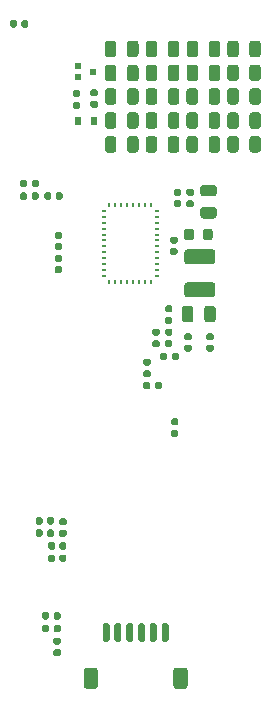
<source format=gtp>
G04 #@! TF.GenerationSoftware,KiCad,Pcbnew,(5.1.6-0-10_14)*
G04 #@! TF.CreationDate,2021-04-01T01:52:38+02:00*
G04 #@! TF.ProjectId,ESCv1.1,45534376-312e-4312-9e6b-696361645f70,rev?*
G04 #@! TF.SameCoordinates,Original*
G04 #@! TF.FileFunction,Paste,Top*
G04 #@! TF.FilePolarity,Positive*
%FSLAX46Y46*%
G04 Gerber Fmt 4.6, Leading zero omitted, Abs format (unit mm)*
G04 Created by KiCad (PCBNEW (5.1.6-0-10_14)) date 2021-04-01 01:52:38*
%MOMM*%
%LPD*%
G01*
G04 APERTURE LIST*
%ADD10R,0.600000X0.700000*%
%ADD11O,0.500000X0.200000*%
%ADD12O,0.200000X0.500000*%
%ADD13R,0.600000X0.500000*%
G04 APERTURE END LIST*
G04 #@! TO.C,R3*
G36*
G01*
X43932900Y-83262700D02*
X44277900Y-83262700D01*
G75*
G02*
X44425400Y-83410200I0J-147500D01*
G01*
X44425400Y-83705200D01*
G75*
G02*
X44277900Y-83852700I-147500J0D01*
G01*
X43932900Y-83852700D01*
G75*
G02*
X43785400Y-83705200I0J147500D01*
G01*
X43785400Y-83410200D01*
G75*
G02*
X43932900Y-83262700I147500J0D01*
G01*
G37*
G36*
G01*
X43932900Y-82292700D02*
X44277900Y-82292700D01*
G75*
G02*
X44425400Y-82440200I0J-147500D01*
G01*
X44425400Y-82735200D01*
G75*
G02*
X44277900Y-82882700I-147500J0D01*
G01*
X43932900Y-82882700D01*
G75*
G02*
X43785400Y-82735200I0J147500D01*
G01*
X43785400Y-82440200D01*
G75*
G02*
X43932900Y-82292700I147500J0D01*
G01*
G37*
G04 #@! TD*
G04 #@! TO.C,C34*
G36*
G01*
X56945400Y-32908950D02*
X56945400Y-31996450D01*
G75*
G02*
X57189150Y-31752700I243750J0D01*
G01*
X57676650Y-31752700D01*
G75*
G02*
X57920400Y-31996450I0J-243750D01*
G01*
X57920400Y-32908950D01*
G75*
G02*
X57676650Y-33152700I-243750J0D01*
G01*
X57189150Y-33152700D01*
G75*
G02*
X56945400Y-32908950I0J243750D01*
G01*
G37*
G36*
G01*
X55070400Y-32908950D02*
X55070400Y-31996450D01*
G75*
G02*
X55314150Y-31752700I243750J0D01*
G01*
X55801650Y-31752700D01*
G75*
G02*
X56045400Y-31996450I0J-243750D01*
G01*
X56045400Y-32908950D01*
G75*
G02*
X55801650Y-33152700I-243750J0D01*
G01*
X55314150Y-33152700D01*
G75*
G02*
X55070400Y-32908950I0J243750D01*
G01*
G37*
G04 #@! TD*
G04 #@! TO.C,C33*
G36*
G01*
X56935400Y-36928950D02*
X56935400Y-36016450D01*
G75*
G02*
X57179150Y-35772700I243750J0D01*
G01*
X57666650Y-35772700D01*
G75*
G02*
X57910400Y-36016450I0J-243750D01*
G01*
X57910400Y-36928950D01*
G75*
G02*
X57666650Y-37172700I-243750J0D01*
G01*
X57179150Y-37172700D01*
G75*
G02*
X56935400Y-36928950I0J243750D01*
G01*
G37*
G36*
G01*
X55060400Y-36928950D02*
X55060400Y-36016450D01*
G75*
G02*
X55304150Y-35772700I243750J0D01*
G01*
X55791650Y-35772700D01*
G75*
G02*
X56035400Y-36016450I0J-243750D01*
G01*
X56035400Y-36928950D01*
G75*
G02*
X55791650Y-37172700I-243750J0D01*
G01*
X55304150Y-37172700D01*
G75*
G02*
X55060400Y-36928950I0J243750D01*
G01*
G37*
G04 #@! TD*
G04 #@! TO.C,C32*
G36*
G01*
X56942900Y-34928950D02*
X56942900Y-34016450D01*
G75*
G02*
X57186650Y-33772700I243750J0D01*
G01*
X57674150Y-33772700D01*
G75*
G02*
X57917900Y-34016450I0J-243750D01*
G01*
X57917900Y-34928950D01*
G75*
G02*
X57674150Y-35172700I-243750J0D01*
G01*
X57186650Y-35172700D01*
G75*
G02*
X56942900Y-34928950I0J243750D01*
G01*
G37*
G36*
G01*
X55067900Y-34928950D02*
X55067900Y-34016450D01*
G75*
G02*
X55311650Y-33772700I243750J0D01*
G01*
X55799150Y-33772700D01*
G75*
G02*
X56042900Y-34016450I0J-243750D01*
G01*
X56042900Y-34928950D01*
G75*
G02*
X55799150Y-35172700I-243750J0D01*
G01*
X55311650Y-35172700D01*
G75*
G02*
X55067900Y-34928950I0J243750D01*
G01*
G37*
G04 #@! TD*
G04 #@! TO.C,C31*
G36*
G01*
X56935400Y-38968950D02*
X56935400Y-38056450D01*
G75*
G02*
X57179150Y-37812700I243750J0D01*
G01*
X57666650Y-37812700D01*
G75*
G02*
X57910400Y-38056450I0J-243750D01*
G01*
X57910400Y-38968950D01*
G75*
G02*
X57666650Y-39212700I-243750J0D01*
G01*
X57179150Y-39212700D01*
G75*
G02*
X56935400Y-38968950I0J243750D01*
G01*
G37*
G36*
G01*
X55060400Y-38968950D02*
X55060400Y-38056450D01*
G75*
G02*
X55304150Y-37812700I243750J0D01*
G01*
X55791650Y-37812700D01*
G75*
G02*
X56035400Y-38056450I0J-243750D01*
G01*
X56035400Y-38968950D01*
G75*
G02*
X55791650Y-39212700I-243750J0D01*
G01*
X55304150Y-39212700D01*
G75*
G02*
X55060400Y-38968950I0J243750D01*
G01*
G37*
G04 #@! TD*
G04 #@! TO.C,C30*
G36*
G01*
X52577900Y-40076450D02*
X52577900Y-40988950D01*
G75*
G02*
X52334150Y-41232700I-243750J0D01*
G01*
X51846650Y-41232700D01*
G75*
G02*
X51602900Y-40988950I0J243750D01*
G01*
X51602900Y-40076450D01*
G75*
G02*
X51846650Y-39832700I243750J0D01*
G01*
X52334150Y-39832700D01*
G75*
G02*
X52577900Y-40076450I0J-243750D01*
G01*
G37*
G36*
G01*
X54452900Y-40076450D02*
X54452900Y-40988950D01*
G75*
G02*
X54209150Y-41232700I-243750J0D01*
G01*
X53721650Y-41232700D01*
G75*
G02*
X53477900Y-40988950I0J243750D01*
G01*
X53477900Y-40076450D01*
G75*
G02*
X53721650Y-39832700I243750J0D01*
G01*
X54209150Y-39832700D01*
G75*
G02*
X54452900Y-40076450I0J-243750D01*
G01*
G37*
G04 #@! TD*
G04 #@! TO.C,C29*
G36*
G01*
X50025400Y-36938950D02*
X50025400Y-36026450D01*
G75*
G02*
X50269150Y-35782700I243750J0D01*
G01*
X50756650Y-35782700D01*
G75*
G02*
X51000400Y-36026450I0J-243750D01*
G01*
X51000400Y-36938950D01*
G75*
G02*
X50756650Y-37182700I-243750J0D01*
G01*
X50269150Y-37182700D01*
G75*
G02*
X50025400Y-36938950I0J243750D01*
G01*
G37*
G36*
G01*
X48150400Y-36938950D02*
X48150400Y-36026450D01*
G75*
G02*
X48394150Y-35782700I243750J0D01*
G01*
X48881650Y-35782700D01*
G75*
G02*
X49125400Y-36026450I0J-243750D01*
G01*
X49125400Y-36938950D01*
G75*
G02*
X48881650Y-37182700I-243750J0D01*
G01*
X48394150Y-37182700D01*
G75*
G02*
X48150400Y-36938950I0J243750D01*
G01*
G37*
G04 #@! TD*
G04 #@! TO.C,C28*
G36*
G01*
X56932900Y-40988950D02*
X56932900Y-40076450D01*
G75*
G02*
X57176650Y-39832700I243750J0D01*
G01*
X57664150Y-39832700D01*
G75*
G02*
X57907900Y-40076450I0J-243750D01*
G01*
X57907900Y-40988950D01*
G75*
G02*
X57664150Y-41232700I-243750J0D01*
G01*
X57176650Y-41232700D01*
G75*
G02*
X56932900Y-40988950I0J243750D01*
G01*
G37*
G36*
G01*
X55057900Y-40988950D02*
X55057900Y-40076450D01*
G75*
G02*
X55301650Y-39832700I243750J0D01*
G01*
X55789150Y-39832700D01*
G75*
G02*
X56032900Y-40076450I0J-243750D01*
G01*
X56032900Y-40988950D01*
G75*
G02*
X55789150Y-41232700I-243750J0D01*
G01*
X55301650Y-41232700D01*
G75*
G02*
X55057900Y-40988950I0J243750D01*
G01*
G37*
G04 #@! TD*
G04 #@! TO.C,C27*
G36*
G01*
X52585400Y-38056450D02*
X52585400Y-38968950D01*
G75*
G02*
X52341650Y-39212700I-243750J0D01*
G01*
X51854150Y-39212700D01*
G75*
G02*
X51610400Y-38968950I0J243750D01*
G01*
X51610400Y-38056450D01*
G75*
G02*
X51854150Y-37812700I243750J0D01*
G01*
X52341650Y-37812700D01*
G75*
G02*
X52585400Y-38056450I0J-243750D01*
G01*
G37*
G36*
G01*
X54460400Y-38056450D02*
X54460400Y-38968950D01*
G75*
G02*
X54216650Y-39212700I-243750J0D01*
G01*
X53729150Y-39212700D01*
G75*
G02*
X53485400Y-38968950I0J243750D01*
G01*
X53485400Y-38056450D01*
G75*
G02*
X53729150Y-37812700I243750J0D01*
G01*
X54216650Y-37812700D01*
G75*
G02*
X54460400Y-38056450I0J-243750D01*
G01*
G37*
G04 #@! TD*
G04 #@! TO.C,C26*
G36*
G01*
X50025400Y-40988950D02*
X50025400Y-40076450D01*
G75*
G02*
X50269150Y-39832700I243750J0D01*
G01*
X50756650Y-39832700D01*
G75*
G02*
X51000400Y-40076450I0J-243750D01*
G01*
X51000400Y-40988950D01*
G75*
G02*
X50756650Y-41232700I-243750J0D01*
G01*
X50269150Y-41232700D01*
G75*
G02*
X50025400Y-40988950I0J243750D01*
G01*
G37*
G36*
G01*
X48150400Y-40988950D02*
X48150400Y-40076450D01*
G75*
G02*
X48394150Y-39832700I243750J0D01*
G01*
X48881650Y-39832700D01*
G75*
G02*
X49125400Y-40076450I0J-243750D01*
G01*
X49125400Y-40988950D01*
G75*
G02*
X48881650Y-41232700I-243750J0D01*
G01*
X48394150Y-41232700D01*
G75*
G02*
X48150400Y-40988950I0J243750D01*
G01*
G37*
G04 #@! TD*
G04 #@! TO.C,C25*
G36*
G01*
X50025400Y-32908950D02*
X50025400Y-31996450D01*
G75*
G02*
X50269150Y-31752700I243750J0D01*
G01*
X50756650Y-31752700D01*
G75*
G02*
X51000400Y-31996450I0J-243750D01*
G01*
X51000400Y-32908950D01*
G75*
G02*
X50756650Y-33152700I-243750J0D01*
G01*
X50269150Y-33152700D01*
G75*
G02*
X50025400Y-32908950I0J243750D01*
G01*
G37*
G36*
G01*
X48150400Y-32908950D02*
X48150400Y-31996450D01*
G75*
G02*
X48394150Y-31752700I243750J0D01*
G01*
X48881650Y-31752700D01*
G75*
G02*
X49125400Y-31996450I0J-243750D01*
G01*
X49125400Y-32908950D01*
G75*
G02*
X48881650Y-33152700I-243750J0D01*
G01*
X48394150Y-33152700D01*
G75*
G02*
X48150400Y-32908950I0J243750D01*
G01*
G37*
G04 #@! TD*
G04 #@! TO.C,C24*
G36*
G01*
X52585400Y-36016450D02*
X52585400Y-36928950D01*
G75*
G02*
X52341650Y-37172700I-243750J0D01*
G01*
X51854150Y-37172700D01*
G75*
G02*
X51610400Y-36928950I0J243750D01*
G01*
X51610400Y-36016450D01*
G75*
G02*
X51854150Y-35772700I243750J0D01*
G01*
X52341650Y-35772700D01*
G75*
G02*
X52585400Y-36016450I0J-243750D01*
G01*
G37*
G36*
G01*
X54460400Y-36016450D02*
X54460400Y-36928950D01*
G75*
G02*
X54216650Y-37172700I-243750J0D01*
G01*
X53729150Y-37172700D01*
G75*
G02*
X53485400Y-36928950I0J243750D01*
G01*
X53485400Y-36016450D01*
G75*
G02*
X53729150Y-35772700I243750J0D01*
G01*
X54216650Y-35772700D01*
G75*
G02*
X54460400Y-36016450I0J-243750D01*
G01*
G37*
G04 #@! TD*
G04 #@! TO.C,C23*
G36*
G01*
X52587900Y-34016450D02*
X52587900Y-34928950D01*
G75*
G02*
X52344150Y-35172700I-243750J0D01*
G01*
X51856650Y-35172700D01*
G75*
G02*
X51612900Y-34928950I0J243750D01*
G01*
X51612900Y-34016450D01*
G75*
G02*
X51856650Y-33772700I243750J0D01*
G01*
X52344150Y-33772700D01*
G75*
G02*
X52587900Y-34016450I0J-243750D01*
G01*
G37*
G36*
G01*
X54462900Y-34016450D02*
X54462900Y-34928950D01*
G75*
G02*
X54219150Y-35172700I-243750J0D01*
G01*
X53731650Y-35172700D01*
G75*
G02*
X53487900Y-34928950I0J243750D01*
G01*
X53487900Y-34016450D01*
G75*
G02*
X53731650Y-33772700I243750J0D01*
G01*
X54219150Y-33772700D01*
G75*
G02*
X54462900Y-34016450I0J-243750D01*
G01*
G37*
G04 #@! TD*
G04 #@! TO.C,C22*
G36*
G01*
X50025400Y-34948950D02*
X50025400Y-34036450D01*
G75*
G02*
X50269150Y-33792700I243750J0D01*
G01*
X50756650Y-33792700D01*
G75*
G02*
X51000400Y-34036450I0J-243750D01*
G01*
X51000400Y-34948950D01*
G75*
G02*
X50756650Y-35192700I-243750J0D01*
G01*
X50269150Y-35192700D01*
G75*
G02*
X50025400Y-34948950I0J243750D01*
G01*
G37*
G36*
G01*
X48150400Y-34948950D02*
X48150400Y-34036450D01*
G75*
G02*
X48394150Y-33792700I243750J0D01*
G01*
X48881650Y-33792700D01*
G75*
G02*
X49125400Y-34036450I0J-243750D01*
G01*
X49125400Y-34948950D01*
G75*
G02*
X48881650Y-35192700I-243750J0D01*
G01*
X48394150Y-35192700D01*
G75*
G02*
X48150400Y-34948950I0J243750D01*
G01*
G37*
G04 #@! TD*
G04 #@! TO.C,C21*
G36*
G01*
X59485400Y-36016450D02*
X59485400Y-36928950D01*
G75*
G02*
X59241650Y-37172700I-243750J0D01*
G01*
X58754150Y-37172700D01*
G75*
G02*
X58510400Y-36928950I0J243750D01*
G01*
X58510400Y-36016450D01*
G75*
G02*
X58754150Y-35772700I243750J0D01*
G01*
X59241650Y-35772700D01*
G75*
G02*
X59485400Y-36016450I0J-243750D01*
G01*
G37*
G36*
G01*
X61360400Y-36016450D02*
X61360400Y-36928950D01*
G75*
G02*
X61116650Y-37172700I-243750J0D01*
G01*
X60629150Y-37172700D01*
G75*
G02*
X60385400Y-36928950I0J243750D01*
G01*
X60385400Y-36016450D01*
G75*
G02*
X60629150Y-35772700I243750J0D01*
G01*
X61116650Y-35772700D01*
G75*
G02*
X61360400Y-36016450I0J-243750D01*
G01*
G37*
G04 #@! TD*
G04 #@! TO.C,C20*
G36*
G01*
X52585400Y-31996450D02*
X52585400Y-32908950D01*
G75*
G02*
X52341650Y-33152700I-243750J0D01*
G01*
X51854150Y-33152700D01*
G75*
G02*
X51610400Y-32908950I0J243750D01*
G01*
X51610400Y-31996450D01*
G75*
G02*
X51854150Y-31752700I243750J0D01*
G01*
X52341650Y-31752700D01*
G75*
G02*
X52585400Y-31996450I0J-243750D01*
G01*
G37*
G36*
G01*
X54460400Y-31996450D02*
X54460400Y-32908950D01*
G75*
G02*
X54216650Y-33152700I-243750J0D01*
G01*
X53729150Y-33152700D01*
G75*
G02*
X53485400Y-32908950I0J243750D01*
G01*
X53485400Y-31996450D01*
G75*
G02*
X53729150Y-31752700I243750J0D01*
G01*
X54216650Y-31752700D01*
G75*
G02*
X54460400Y-31996450I0J-243750D01*
G01*
G37*
G04 #@! TD*
G04 #@! TO.C,C19*
G36*
G01*
X50025400Y-38968950D02*
X50025400Y-38056450D01*
G75*
G02*
X50269150Y-37812700I243750J0D01*
G01*
X50756650Y-37812700D01*
G75*
G02*
X51000400Y-38056450I0J-243750D01*
G01*
X51000400Y-38968950D01*
G75*
G02*
X50756650Y-39212700I-243750J0D01*
G01*
X50269150Y-39212700D01*
G75*
G02*
X50025400Y-38968950I0J243750D01*
G01*
G37*
G36*
G01*
X48150400Y-38968950D02*
X48150400Y-38056450D01*
G75*
G02*
X48394150Y-37812700I243750J0D01*
G01*
X48881650Y-37812700D01*
G75*
G02*
X49125400Y-38056450I0J-243750D01*
G01*
X49125400Y-38968950D01*
G75*
G02*
X48881650Y-39212700I-243750J0D01*
G01*
X48394150Y-39212700D01*
G75*
G02*
X48150400Y-38968950I0J243750D01*
G01*
G37*
G04 #@! TD*
G04 #@! TO.C,C18*
G36*
G01*
X59485400Y-34016450D02*
X59485400Y-34928950D01*
G75*
G02*
X59241650Y-35172700I-243750J0D01*
G01*
X58754150Y-35172700D01*
G75*
G02*
X58510400Y-34928950I0J243750D01*
G01*
X58510400Y-34016450D01*
G75*
G02*
X58754150Y-33772700I243750J0D01*
G01*
X59241650Y-33772700D01*
G75*
G02*
X59485400Y-34016450I0J-243750D01*
G01*
G37*
G36*
G01*
X61360400Y-34016450D02*
X61360400Y-34928950D01*
G75*
G02*
X61116650Y-35172700I-243750J0D01*
G01*
X60629150Y-35172700D01*
G75*
G02*
X60385400Y-34928950I0J243750D01*
G01*
X60385400Y-34016450D01*
G75*
G02*
X60629150Y-33772700I243750J0D01*
G01*
X61116650Y-33772700D01*
G75*
G02*
X61360400Y-34016450I0J-243750D01*
G01*
G37*
G04 #@! TD*
G04 #@! TO.C,C17*
G36*
G01*
X59485400Y-40076450D02*
X59485400Y-40988950D01*
G75*
G02*
X59241650Y-41232700I-243750J0D01*
G01*
X58754150Y-41232700D01*
G75*
G02*
X58510400Y-40988950I0J243750D01*
G01*
X58510400Y-40076450D01*
G75*
G02*
X58754150Y-39832700I243750J0D01*
G01*
X59241650Y-39832700D01*
G75*
G02*
X59485400Y-40076450I0J-243750D01*
G01*
G37*
G36*
G01*
X61360400Y-40076450D02*
X61360400Y-40988950D01*
G75*
G02*
X61116650Y-41232700I-243750J0D01*
G01*
X60629150Y-41232700D01*
G75*
G02*
X60385400Y-40988950I0J243750D01*
G01*
X60385400Y-40076450D01*
G75*
G02*
X60629150Y-39832700I243750J0D01*
G01*
X61116650Y-39832700D01*
G75*
G02*
X61360400Y-40076450I0J-243750D01*
G01*
G37*
G04 #@! TD*
G04 #@! TO.C,C16*
G36*
G01*
X59477900Y-31996450D02*
X59477900Y-32908950D01*
G75*
G02*
X59234150Y-33152700I-243750J0D01*
G01*
X58746650Y-33152700D01*
G75*
G02*
X58502900Y-32908950I0J243750D01*
G01*
X58502900Y-31996450D01*
G75*
G02*
X58746650Y-31752700I243750J0D01*
G01*
X59234150Y-31752700D01*
G75*
G02*
X59477900Y-31996450I0J-243750D01*
G01*
G37*
G36*
G01*
X61352900Y-31996450D02*
X61352900Y-32908950D01*
G75*
G02*
X61109150Y-33152700I-243750J0D01*
G01*
X60621650Y-33152700D01*
G75*
G02*
X60377900Y-32908950I0J243750D01*
G01*
X60377900Y-31996450D01*
G75*
G02*
X60621650Y-31752700I243750J0D01*
G01*
X61109150Y-31752700D01*
G75*
G02*
X61352900Y-31996450I0J-243750D01*
G01*
G37*
G04 #@! TD*
G04 #@! TO.C,C15*
G36*
G01*
X59485400Y-38056450D02*
X59485400Y-38968950D01*
G75*
G02*
X59241650Y-39212700I-243750J0D01*
G01*
X58754150Y-39212700D01*
G75*
G02*
X58510400Y-38968950I0J243750D01*
G01*
X58510400Y-38056450D01*
G75*
G02*
X58754150Y-37812700I243750J0D01*
G01*
X59241650Y-37812700D01*
G75*
G02*
X59485400Y-38056450I0J-243750D01*
G01*
G37*
G36*
G01*
X61360400Y-38056450D02*
X61360400Y-38968950D01*
G75*
G02*
X61116650Y-39212700I-243750J0D01*
G01*
X60629150Y-39212700D01*
G75*
G02*
X60385400Y-38968950I0J243750D01*
G01*
X60385400Y-38056450D01*
G75*
G02*
X60629150Y-37812700I243750J0D01*
G01*
X61116650Y-37812700D01*
G75*
G02*
X61360400Y-38056450I0J-243750D01*
G01*
G37*
G04 #@! TD*
D10*
G04 #@! TO.C,D4*
X47235400Y-38562700D03*
X45835400Y-38562700D03*
G04 #@! TD*
G04 #@! TO.C,J1*
G36*
G01*
X53955400Y-86387701D02*
X53955400Y-85087699D01*
G75*
G02*
X54205399Y-84837700I249999J0D01*
G01*
X54905401Y-84837700D01*
G75*
G02*
X55155400Y-85087699I0J-249999D01*
G01*
X55155400Y-86387701D01*
G75*
G02*
X54905401Y-86637700I-249999J0D01*
G01*
X54205399Y-86637700D01*
G75*
G02*
X53955400Y-86387701I0J249999D01*
G01*
G37*
G36*
G01*
X46355400Y-86387701D02*
X46355400Y-85087699D01*
G75*
G02*
X46605399Y-84837700I249999J0D01*
G01*
X47305401Y-84837700D01*
G75*
G02*
X47555400Y-85087699I0J-249999D01*
G01*
X47555400Y-86387701D01*
G75*
G02*
X47305401Y-86637700I-249999J0D01*
G01*
X46605399Y-86637700D01*
G75*
G02*
X46355400Y-86387701I0J249999D01*
G01*
G37*
G36*
G01*
X52955400Y-82487700D02*
X52955400Y-81237700D01*
G75*
G02*
X53105400Y-81087700I150000J0D01*
G01*
X53405400Y-81087700D01*
G75*
G02*
X53555400Y-81237700I0J-150000D01*
G01*
X53555400Y-82487700D01*
G75*
G02*
X53405400Y-82637700I-150000J0D01*
G01*
X53105400Y-82637700D01*
G75*
G02*
X52955400Y-82487700I0J150000D01*
G01*
G37*
G36*
G01*
X51955400Y-82487700D02*
X51955400Y-81237700D01*
G75*
G02*
X52105400Y-81087700I150000J0D01*
G01*
X52405400Y-81087700D01*
G75*
G02*
X52555400Y-81237700I0J-150000D01*
G01*
X52555400Y-82487700D01*
G75*
G02*
X52405400Y-82637700I-150000J0D01*
G01*
X52105400Y-82637700D01*
G75*
G02*
X51955400Y-82487700I0J150000D01*
G01*
G37*
G36*
G01*
X50955400Y-82487700D02*
X50955400Y-81237700D01*
G75*
G02*
X51105400Y-81087700I150000J0D01*
G01*
X51405400Y-81087700D01*
G75*
G02*
X51555400Y-81237700I0J-150000D01*
G01*
X51555400Y-82487700D01*
G75*
G02*
X51405400Y-82637700I-150000J0D01*
G01*
X51105400Y-82637700D01*
G75*
G02*
X50955400Y-82487700I0J150000D01*
G01*
G37*
G36*
G01*
X49955400Y-82487700D02*
X49955400Y-81237700D01*
G75*
G02*
X50105400Y-81087700I150000J0D01*
G01*
X50405400Y-81087700D01*
G75*
G02*
X50555400Y-81237700I0J-150000D01*
G01*
X50555400Y-82487700D01*
G75*
G02*
X50405400Y-82637700I-150000J0D01*
G01*
X50105400Y-82637700D01*
G75*
G02*
X49955400Y-82487700I0J150000D01*
G01*
G37*
G36*
G01*
X48955400Y-82487700D02*
X48955400Y-81237700D01*
G75*
G02*
X49105400Y-81087700I150000J0D01*
G01*
X49405400Y-81087700D01*
G75*
G02*
X49555400Y-81237700I0J-150000D01*
G01*
X49555400Y-82487700D01*
G75*
G02*
X49405400Y-82637700I-150000J0D01*
G01*
X49105400Y-82637700D01*
G75*
G02*
X48955400Y-82487700I0J150000D01*
G01*
G37*
G36*
G01*
X47955400Y-82487700D02*
X47955400Y-81237700D01*
G75*
G02*
X48105400Y-81087700I150000J0D01*
G01*
X48405400Y-81087700D01*
G75*
G02*
X48555400Y-81237700I0J-150000D01*
G01*
X48555400Y-82487700D01*
G75*
G02*
X48405400Y-82637700I-150000J0D01*
G01*
X48105400Y-82637700D01*
G75*
G02*
X47955400Y-82487700I0J150000D01*
G01*
G37*
G04 #@! TD*
G04 #@! TO.C,C10*
G36*
G01*
X57381650Y-46817700D02*
X56469150Y-46817700D01*
G75*
G02*
X56225400Y-46573950I0J243750D01*
G01*
X56225400Y-46086450D01*
G75*
G02*
X56469150Y-45842700I243750J0D01*
G01*
X57381650Y-45842700D01*
G75*
G02*
X57625400Y-46086450I0J-243750D01*
G01*
X57625400Y-46573950D01*
G75*
G02*
X57381650Y-46817700I-243750J0D01*
G01*
G37*
G36*
G01*
X57381650Y-44942700D02*
X56469150Y-44942700D01*
G75*
G02*
X56225400Y-44698950I0J243750D01*
G01*
X56225400Y-44211450D01*
G75*
G02*
X56469150Y-43967700I243750J0D01*
G01*
X57381650Y-43967700D01*
G75*
G02*
X57625400Y-44211450I0J-243750D01*
G01*
X57625400Y-44698950D01*
G75*
G02*
X57381650Y-44942700I-243750J0D01*
G01*
G37*
G04 #@! TD*
G04 #@! TO.C,R13*
G36*
G01*
X42281560Y-72572340D02*
X42281560Y-72227340D01*
G75*
G02*
X42429060Y-72079840I147500J0D01*
G01*
X42724060Y-72079840D01*
G75*
G02*
X42871560Y-72227340I0J-147500D01*
G01*
X42871560Y-72572340D01*
G75*
G02*
X42724060Y-72719840I-147500J0D01*
G01*
X42429060Y-72719840D01*
G75*
G02*
X42281560Y-72572340I0J147500D01*
G01*
G37*
G36*
G01*
X43251560Y-72572340D02*
X43251560Y-72227340D01*
G75*
G02*
X43399060Y-72079840I147500J0D01*
G01*
X43694060Y-72079840D01*
G75*
G02*
X43841560Y-72227340I0J-147500D01*
G01*
X43841560Y-72572340D01*
G75*
G02*
X43694060Y-72719840I-147500J0D01*
G01*
X43399060Y-72719840D01*
G75*
G02*
X43251560Y-72572340I0J147500D01*
G01*
G37*
G04 #@! TD*
G04 #@! TO.C,R14*
G36*
G01*
X53882900Y-63732700D02*
X54227900Y-63732700D01*
G75*
G02*
X54375400Y-63880200I0J-147500D01*
G01*
X54375400Y-64175200D01*
G75*
G02*
X54227900Y-64322700I-147500J0D01*
G01*
X53882900Y-64322700D01*
G75*
G02*
X53735400Y-64175200I0J147500D01*
G01*
X53735400Y-63880200D01*
G75*
G02*
X53882900Y-63732700I147500J0D01*
G01*
G37*
G36*
G01*
X53882900Y-64702700D02*
X54227900Y-64702700D01*
G75*
G02*
X54375400Y-64850200I0J-147500D01*
G01*
X54375400Y-65145200D01*
G75*
G02*
X54227900Y-65292700I-147500J0D01*
G01*
X53882900Y-65292700D01*
G75*
G02*
X53735400Y-65145200I0J147500D01*
G01*
X53735400Y-64850200D01*
G75*
G02*
X53882900Y-64702700I147500J0D01*
G01*
G37*
G04 #@! TD*
G04 #@! TO.C,R16*
G36*
G01*
X40982260Y-44014000D02*
X40982260Y-43669000D01*
G75*
G02*
X41129760Y-43521500I147500J0D01*
G01*
X41424760Y-43521500D01*
G75*
G02*
X41572260Y-43669000I0J-147500D01*
G01*
X41572260Y-44014000D01*
G75*
G02*
X41424760Y-44161500I-147500J0D01*
G01*
X41129760Y-44161500D01*
G75*
G02*
X40982260Y-44014000I0J147500D01*
G01*
G37*
G36*
G01*
X41952260Y-44014000D02*
X41952260Y-43669000D01*
G75*
G02*
X42099760Y-43521500I147500J0D01*
G01*
X42394760Y-43521500D01*
G75*
G02*
X42542260Y-43669000I0J-147500D01*
G01*
X42542260Y-44014000D01*
G75*
G02*
X42394760Y-44161500I-147500J0D01*
G01*
X42099760Y-44161500D01*
G75*
G02*
X41952260Y-44014000I0J147500D01*
G01*
G37*
G04 #@! TD*
D11*
G04 #@! TO.C,U1*
X52535560Y-51663280D03*
X52535560Y-51163280D03*
X52535560Y-50663280D03*
X52535560Y-50163280D03*
X52535560Y-49663280D03*
X52535560Y-49163280D03*
X52535560Y-48663280D03*
X52535560Y-48163280D03*
X52535560Y-47663280D03*
X52535560Y-47163280D03*
X52535560Y-46663280D03*
X52535560Y-46163280D03*
D12*
X52035560Y-45663280D03*
X51535560Y-45663280D03*
X51035560Y-45663280D03*
X50535560Y-45663280D03*
X50035560Y-45663280D03*
X49535560Y-45663280D03*
X49035560Y-45663280D03*
X48535560Y-45663280D03*
D11*
X48035560Y-46163280D03*
X48035560Y-46663280D03*
X48035560Y-47163280D03*
X48035560Y-47663280D03*
X48035560Y-48163280D03*
X48035560Y-48663280D03*
X48035560Y-49163280D03*
X48035560Y-49663280D03*
X48035560Y-50163280D03*
X48035560Y-50663280D03*
X48035560Y-51163280D03*
X48035560Y-51663280D03*
D12*
X48535560Y-52163280D03*
X49035560Y-52163280D03*
X49535560Y-52163280D03*
X50035560Y-52163280D03*
X50535560Y-52163280D03*
X51035560Y-52163280D03*
X51535560Y-52163280D03*
X52035560Y-52163280D03*
G04 #@! TD*
G04 #@! TO.C,L1*
G36*
G01*
X57266060Y-53473680D02*
X55116060Y-53473680D01*
G75*
G02*
X54866060Y-53223680I0J250000D01*
G01*
X54866060Y-52473680D01*
G75*
G02*
X55116060Y-52223680I250000J0D01*
G01*
X57266060Y-52223680D01*
G75*
G02*
X57516060Y-52473680I0J-250000D01*
G01*
X57516060Y-53223680D01*
G75*
G02*
X57266060Y-53473680I-250000J0D01*
G01*
G37*
G36*
G01*
X57266060Y-50673680D02*
X55116060Y-50673680D01*
G75*
G02*
X54866060Y-50423680I0J250000D01*
G01*
X54866060Y-49673680D01*
G75*
G02*
X55116060Y-49423680I250000J0D01*
G01*
X57266060Y-49423680D01*
G75*
G02*
X57516060Y-49673680I0J-250000D01*
G01*
X57516060Y-50423680D01*
G75*
G02*
X57266060Y-50673680I-250000J0D01*
G01*
G37*
G04 #@! TD*
G04 #@! TO.C,C3*
G36*
G01*
X57527160Y-54446830D02*
X57527160Y-55359330D01*
G75*
G02*
X57283410Y-55603080I-243750J0D01*
G01*
X56795910Y-55603080D01*
G75*
G02*
X56552160Y-55359330I0J243750D01*
G01*
X56552160Y-54446830D01*
G75*
G02*
X56795910Y-54203080I243750J0D01*
G01*
X57283410Y-54203080D01*
G75*
G02*
X57527160Y-54446830I0J-243750D01*
G01*
G37*
G36*
G01*
X55652160Y-54446830D02*
X55652160Y-55359330D01*
G75*
G02*
X55408410Y-55603080I-243750J0D01*
G01*
X54920910Y-55603080D01*
G75*
G02*
X54677160Y-55359330I0J243750D01*
G01*
X54677160Y-54446830D01*
G75*
G02*
X54920910Y-54203080I243750J0D01*
G01*
X55408410Y-54203080D01*
G75*
G02*
X55652160Y-54446830I0J-243750D01*
G01*
G37*
G04 #@! TD*
G04 #@! TO.C,C1*
G36*
G01*
X44052900Y-47912700D02*
X44397900Y-47912700D01*
G75*
G02*
X44545400Y-48060200I0J-147500D01*
G01*
X44545400Y-48355200D01*
G75*
G02*
X44397900Y-48502700I-147500J0D01*
G01*
X44052900Y-48502700D01*
G75*
G02*
X43905400Y-48355200I0J147500D01*
G01*
X43905400Y-48060200D01*
G75*
G02*
X44052900Y-47912700I147500J0D01*
G01*
G37*
G36*
G01*
X44052900Y-48882700D02*
X44397900Y-48882700D01*
G75*
G02*
X44545400Y-49030200I0J-147500D01*
G01*
X44545400Y-49325200D01*
G75*
G02*
X44397900Y-49472700I-147500J0D01*
G01*
X44052900Y-49472700D01*
G75*
G02*
X43905400Y-49325200I0J147500D01*
G01*
X43905400Y-49030200D01*
G75*
G02*
X44052900Y-48882700I147500J0D01*
G01*
G37*
G04 #@! TD*
G04 #@! TO.C,R7*
G36*
G01*
X45582900Y-35942700D02*
X45927900Y-35942700D01*
G75*
G02*
X46075400Y-36090200I0J-147500D01*
G01*
X46075400Y-36385200D01*
G75*
G02*
X45927900Y-36532700I-147500J0D01*
G01*
X45582900Y-36532700D01*
G75*
G02*
X45435400Y-36385200I0J147500D01*
G01*
X45435400Y-36090200D01*
G75*
G02*
X45582900Y-35942700I147500J0D01*
G01*
G37*
G36*
G01*
X45582900Y-36912700D02*
X45927900Y-36912700D01*
G75*
G02*
X46075400Y-37060200I0J-147500D01*
G01*
X46075400Y-37355200D01*
G75*
G02*
X45927900Y-37502700I-147500J0D01*
G01*
X45582900Y-37502700D01*
G75*
G02*
X45435400Y-37355200I0J147500D01*
G01*
X45435400Y-37060200D01*
G75*
G02*
X45582900Y-36912700I147500J0D01*
G01*
G37*
G04 #@! TD*
G04 #@! TO.C,R8*
G36*
G01*
X43844100Y-73278900D02*
X43844100Y-73623900D01*
G75*
G02*
X43696600Y-73771400I-147500J0D01*
G01*
X43401600Y-73771400D01*
G75*
G02*
X43254100Y-73623900I0J147500D01*
G01*
X43254100Y-73278900D01*
G75*
G02*
X43401600Y-73131400I147500J0D01*
G01*
X43696600Y-73131400D01*
G75*
G02*
X43844100Y-73278900I0J-147500D01*
G01*
G37*
G36*
G01*
X42874100Y-73278900D02*
X42874100Y-73623900D01*
G75*
G02*
X42726600Y-73771400I-147500J0D01*
G01*
X42431600Y-73771400D01*
G75*
G02*
X42284100Y-73623900I0J147500D01*
G01*
X42284100Y-73278900D01*
G75*
G02*
X42431600Y-73131400I147500J0D01*
G01*
X42726600Y-73131400D01*
G75*
G02*
X42874100Y-73278900I0J-147500D01*
G01*
G37*
G04 #@! TD*
G04 #@! TO.C,R9*
G36*
G01*
X47417900Y-37432700D02*
X47072900Y-37432700D01*
G75*
G02*
X46925400Y-37285200I0J147500D01*
G01*
X46925400Y-36990200D01*
G75*
G02*
X47072900Y-36842700I147500J0D01*
G01*
X47417900Y-36842700D01*
G75*
G02*
X47565400Y-36990200I0J-147500D01*
G01*
X47565400Y-37285200D01*
G75*
G02*
X47417900Y-37432700I-147500J0D01*
G01*
G37*
G36*
G01*
X47417900Y-36462700D02*
X47072900Y-36462700D01*
G75*
G02*
X46925400Y-36315200I0J147500D01*
G01*
X46925400Y-36020200D01*
G75*
G02*
X47072900Y-35872700I147500J0D01*
G01*
X47417900Y-35872700D01*
G75*
G02*
X47565400Y-36020200I0J-147500D01*
G01*
X47565400Y-36315200D01*
G75*
G02*
X47417900Y-36462700I-147500J0D01*
G01*
G37*
G04 #@! TD*
G04 #@! TO.C,R10*
G36*
G01*
X51896520Y-60246600D02*
X51551520Y-60246600D01*
G75*
G02*
X51404020Y-60099100I0J147500D01*
G01*
X51404020Y-59804100D01*
G75*
G02*
X51551520Y-59656600I147500J0D01*
G01*
X51896520Y-59656600D01*
G75*
G02*
X52044020Y-59804100I0J-147500D01*
G01*
X52044020Y-60099100D01*
G75*
G02*
X51896520Y-60246600I-147500J0D01*
G01*
G37*
G36*
G01*
X51896520Y-59276600D02*
X51551520Y-59276600D01*
G75*
G02*
X51404020Y-59129100I0J147500D01*
G01*
X51404020Y-58834100D01*
G75*
G02*
X51551520Y-58686600I147500J0D01*
G01*
X51896520Y-58686600D01*
G75*
G02*
X52044020Y-58834100I0J-147500D01*
G01*
X52044020Y-59129100D01*
G75*
G02*
X51896520Y-59276600I-147500J0D01*
G01*
G37*
G04 #@! TD*
G04 #@! TO.C,R11*
G36*
G01*
X52657900Y-57702700D02*
X52312900Y-57702700D01*
G75*
G02*
X52165400Y-57555200I0J147500D01*
G01*
X52165400Y-57260200D01*
G75*
G02*
X52312900Y-57112700I147500J0D01*
G01*
X52657900Y-57112700D01*
G75*
G02*
X52805400Y-57260200I0J-147500D01*
G01*
X52805400Y-57555200D01*
G75*
G02*
X52657900Y-57702700I-147500J0D01*
G01*
G37*
G36*
G01*
X52657900Y-56732700D02*
X52312900Y-56732700D01*
G75*
G02*
X52165400Y-56585200I0J147500D01*
G01*
X52165400Y-56290200D01*
G75*
G02*
X52312900Y-56142700I147500J0D01*
G01*
X52657900Y-56142700D01*
G75*
G02*
X52805400Y-56290200I0J-147500D01*
G01*
X52805400Y-56585200D01*
G75*
G02*
X52657900Y-56732700I-147500J0D01*
G01*
G37*
G04 #@! TD*
G04 #@! TO.C,R12*
G36*
G01*
X53727900Y-55722700D02*
X53382900Y-55722700D01*
G75*
G02*
X53235400Y-55575200I0J147500D01*
G01*
X53235400Y-55280200D01*
G75*
G02*
X53382900Y-55132700I147500J0D01*
G01*
X53727900Y-55132700D01*
G75*
G02*
X53875400Y-55280200I0J-147500D01*
G01*
X53875400Y-55575200D01*
G75*
G02*
X53727900Y-55722700I-147500J0D01*
G01*
G37*
G36*
G01*
X53727900Y-54752700D02*
X53382900Y-54752700D01*
G75*
G02*
X53235400Y-54605200I0J147500D01*
G01*
X53235400Y-54310200D01*
G75*
G02*
X53382900Y-54162700I147500J0D01*
G01*
X53727900Y-54162700D01*
G75*
G02*
X53875400Y-54310200I0J-147500D01*
G01*
X53875400Y-54605200D01*
G75*
G02*
X53727900Y-54752700I-147500J0D01*
G01*
G37*
G04 #@! TD*
G04 #@! TO.C,R1*
G36*
G01*
X55027960Y-56523380D02*
X55372960Y-56523380D01*
G75*
G02*
X55520460Y-56670880I0J-147500D01*
G01*
X55520460Y-56965880D01*
G75*
G02*
X55372960Y-57113380I-147500J0D01*
G01*
X55027960Y-57113380D01*
G75*
G02*
X54880460Y-56965880I0J147500D01*
G01*
X54880460Y-56670880D01*
G75*
G02*
X55027960Y-56523380I147500J0D01*
G01*
G37*
G36*
G01*
X55027960Y-57493380D02*
X55372960Y-57493380D01*
G75*
G02*
X55520460Y-57640880I0J-147500D01*
G01*
X55520460Y-57935880D01*
G75*
G02*
X55372960Y-58083380I-147500J0D01*
G01*
X55027960Y-58083380D01*
G75*
G02*
X54880460Y-57935880I0J147500D01*
G01*
X54880460Y-57640880D01*
G75*
G02*
X55027960Y-57493380I147500J0D01*
G01*
G37*
G04 #@! TD*
G04 #@! TO.C,C11*
G36*
G01*
X44387900Y-51452700D02*
X44042900Y-51452700D01*
G75*
G02*
X43895400Y-51305200I0J147500D01*
G01*
X43895400Y-51010200D01*
G75*
G02*
X44042900Y-50862700I147500J0D01*
G01*
X44387900Y-50862700D01*
G75*
G02*
X44535400Y-51010200I0J-147500D01*
G01*
X44535400Y-51305200D01*
G75*
G02*
X44387900Y-51452700I-147500J0D01*
G01*
G37*
G36*
G01*
X44387900Y-50482700D02*
X44042900Y-50482700D01*
G75*
G02*
X43895400Y-50335200I0J147500D01*
G01*
X43895400Y-50040200D01*
G75*
G02*
X44042900Y-49892700I147500J0D01*
G01*
X44387900Y-49892700D01*
G75*
G02*
X44535400Y-50040200I0J-147500D01*
G01*
X44535400Y-50335200D01*
G75*
G02*
X44387900Y-50482700I-147500J0D01*
G01*
G37*
G04 #@! TD*
G04 #@! TO.C,C13*
G36*
G01*
X52845400Y-58665200D02*
X52845400Y-58320200D01*
G75*
G02*
X52992900Y-58172700I147500J0D01*
G01*
X53287900Y-58172700D01*
G75*
G02*
X53435400Y-58320200I0J-147500D01*
G01*
X53435400Y-58665200D01*
G75*
G02*
X53287900Y-58812700I-147500J0D01*
G01*
X52992900Y-58812700D01*
G75*
G02*
X52845400Y-58665200I0J147500D01*
G01*
G37*
G36*
G01*
X53815400Y-58665200D02*
X53815400Y-58320200D01*
G75*
G02*
X53962900Y-58172700I147500J0D01*
G01*
X54257900Y-58172700D01*
G75*
G02*
X54405400Y-58320200I0J-147500D01*
G01*
X54405400Y-58665200D01*
G75*
G02*
X54257900Y-58812700I-147500J0D01*
G01*
X53962900Y-58812700D01*
G75*
G02*
X53815400Y-58665200I0J147500D01*
G01*
G37*
G04 #@! TD*
G04 #@! TO.C,C14*
G36*
G01*
X53382900Y-56132700D02*
X53727900Y-56132700D01*
G75*
G02*
X53875400Y-56280200I0J-147500D01*
G01*
X53875400Y-56575200D01*
G75*
G02*
X53727900Y-56722700I-147500J0D01*
G01*
X53382900Y-56722700D01*
G75*
G02*
X53235400Y-56575200I0J147500D01*
G01*
X53235400Y-56280200D01*
G75*
G02*
X53382900Y-56132700I147500J0D01*
G01*
G37*
G36*
G01*
X53382900Y-57102700D02*
X53727900Y-57102700D01*
G75*
G02*
X53875400Y-57250200I0J-147500D01*
G01*
X53875400Y-57545200D01*
G75*
G02*
X53727900Y-57692700I-147500J0D01*
G01*
X53382900Y-57692700D01*
G75*
G02*
X53235400Y-57545200I0J147500D01*
G01*
X53235400Y-57250200D01*
G75*
G02*
X53382900Y-57102700I147500J0D01*
G01*
G37*
G04 #@! TD*
G04 #@! TO.C,R15*
G36*
G01*
X43025400Y-45075200D02*
X43025400Y-44730200D01*
G75*
G02*
X43172900Y-44582700I147500J0D01*
G01*
X43467900Y-44582700D01*
G75*
G02*
X43615400Y-44730200I0J-147500D01*
G01*
X43615400Y-45075200D01*
G75*
G02*
X43467900Y-45222700I-147500J0D01*
G01*
X43172900Y-45222700D01*
G75*
G02*
X43025400Y-45075200I0J147500D01*
G01*
G37*
G36*
G01*
X43995400Y-45075200D02*
X43995400Y-44730200D01*
G75*
G02*
X44142900Y-44582700I147500J0D01*
G01*
X44437900Y-44582700D01*
G75*
G02*
X44585400Y-44730200I0J-147500D01*
G01*
X44585400Y-45075200D01*
G75*
G02*
X44437900Y-45222700I-147500J0D01*
G01*
X44142900Y-45222700D01*
G75*
G02*
X43995400Y-45075200I0J147500D01*
G01*
G37*
G04 #@! TD*
G04 #@! TO.C,C9*
G36*
G01*
X42539860Y-44748500D02*
X42539860Y-45093500D01*
G75*
G02*
X42392360Y-45241000I-147500J0D01*
G01*
X42097360Y-45241000D01*
G75*
G02*
X41949860Y-45093500I0J147500D01*
G01*
X41949860Y-44748500D01*
G75*
G02*
X42097360Y-44601000I147500J0D01*
G01*
X42392360Y-44601000D01*
G75*
G02*
X42539860Y-44748500I0J-147500D01*
G01*
G37*
G36*
G01*
X41569860Y-44748500D02*
X41569860Y-45093500D01*
G75*
G02*
X41422360Y-45241000I-147500J0D01*
G01*
X41127360Y-45241000D01*
G75*
G02*
X40979860Y-45093500I0J147500D01*
G01*
X40979860Y-44748500D01*
G75*
G02*
X41127360Y-44601000I147500J0D01*
G01*
X41422360Y-44601000D01*
G75*
G02*
X41569860Y-44748500I0J-147500D01*
G01*
G37*
G04 #@! TD*
D13*
G04 #@! TO.C,Q1*
X45860400Y-33861000D03*
X45860400Y-34861000D03*
X47160400Y-34361000D03*
G04 #@! TD*
G04 #@! TO.C,C6*
G36*
G01*
X53821460Y-48334420D02*
X54166460Y-48334420D01*
G75*
G02*
X54313960Y-48481920I0J-147500D01*
G01*
X54313960Y-48776920D01*
G75*
G02*
X54166460Y-48924420I-147500J0D01*
G01*
X53821460Y-48924420D01*
G75*
G02*
X53673960Y-48776920I0J147500D01*
G01*
X53673960Y-48481920D01*
G75*
G02*
X53821460Y-48334420I147500J0D01*
G01*
G37*
G36*
G01*
X53821460Y-49304420D02*
X54166460Y-49304420D01*
G75*
G02*
X54313960Y-49451920I0J-147500D01*
G01*
X54313960Y-49746920D01*
G75*
G02*
X54166460Y-49894420I-147500J0D01*
G01*
X53821460Y-49894420D01*
G75*
G02*
X53673960Y-49746920I0J147500D01*
G01*
X53673960Y-49451920D01*
G75*
G02*
X53821460Y-49304420I147500J0D01*
G01*
G37*
G04 #@! TD*
G04 #@! TO.C,C7*
G36*
G01*
X54461100Y-45850740D02*
X54116100Y-45850740D01*
G75*
G02*
X53968600Y-45703240I0J147500D01*
G01*
X53968600Y-45408240D01*
G75*
G02*
X54116100Y-45260740I147500J0D01*
G01*
X54461100Y-45260740D01*
G75*
G02*
X54608600Y-45408240I0J-147500D01*
G01*
X54608600Y-45703240D01*
G75*
G02*
X54461100Y-45850740I-147500J0D01*
G01*
G37*
G36*
G01*
X54461100Y-44880740D02*
X54116100Y-44880740D01*
G75*
G02*
X53968600Y-44733240I0J147500D01*
G01*
X53968600Y-44438240D01*
G75*
G02*
X54116100Y-44290740I147500J0D01*
G01*
X54461100Y-44290740D01*
G75*
G02*
X54608600Y-44438240I0J-147500D01*
G01*
X54608600Y-44733240D01*
G75*
G02*
X54461100Y-44880740I-147500J0D01*
G01*
G37*
G04 #@! TD*
G04 #@! TO.C,C8*
G36*
G01*
X55548220Y-45850740D02*
X55203220Y-45850740D01*
G75*
G02*
X55055720Y-45703240I0J147500D01*
G01*
X55055720Y-45408240D01*
G75*
G02*
X55203220Y-45260740I147500J0D01*
G01*
X55548220Y-45260740D01*
G75*
G02*
X55695720Y-45408240I0J-147500D01*
G01*
X55695720Y-45703240D01*
G75*
G02*
X55548220Y-45850740I-147500J0D01*
G01*
G37*
G36*
G01*
X55548220Y-44880740D02*
X55203220Y-44880740D01*
G75*
G02*
X55055720Y-44733240I0J147500D01*
G01*
X55055720Y-44438240D01*
G75*
G02*
X55203220Y-44290740I147500J0D01*
G01*
X55548220Y-44290740D01*
G75*
G02*
X55695720Y-44438240I0J-147500D01*
G01*
X55695720Y-44733240D01*
G75*
G02*
X55548220Y-44880740I-147500J0D01*
G01*
G37*
G04 #@! TD*
G04 #@! TO.C,R6*
G36*
G01*
X44407400Y-80266360D02*
X44407400Y-80611360D01*
G75*
G02*
X44259900Y-80758860I-147500J0D01*
G01*
X43964900Y-80758860D01*
G75*
G02*
X43817400Y-80611360I0J147500D01*
G01*
X43817400Y-80266360D01*
G75*
G02*
X43964900Y-80118860I147500J0D01*
G01*
X44259900Y-80118860D01*
G75*
G02*
X44407400Y-80266360I0J-147500D01*
G01*
G37*
G36*
G01*
X43437400Y-80266360D02*
X43437400Y-80611360D01*
G75*
G02*
X43289900Y-80758860I-147500J0D01*
G01*
X42994900Y-80758860D01*
G75*
G02*
X42847400Y-80611360I0J147500D01*
G01*
X42847400Y-80266360D01*
G75*
G02*
X42994900Y-80118860I147500J0D01*
G01*
X43289900Y-80118860D01*
G75*
G02*
X43437400Y-80266360I0J-147500D01*
G01*
G37*
G04 #@! TD*
G04 #@! TO.C,C5*
G36*
G01*
X57291700Y-47903130D02*
X57291700Y-48415630D01*
G75*
G02*
X57072950Y-48634380I-218750J0D01*
G01*
X56635450Y-48634380D01*
G75*
G02*
X56416700Y-48415630I0J218750D01*
G01*
X56416700Y-47903130D01*
G75*
G02*
X56635450Y-47684380I218750J0D01*
G01*
X57072950Y-47684380D01*
G75*
G02*
X57291700Y-47903130I0J-218750D01*
G01*
G37*
G36*
G01*
X55716700Y-47903130D02*
X55716700Y-48415630D01*
G75*
G02*
X55497950Y-48634380I-218750J0D01*
G01*
X55060450Y-48634380D01*
G75*
G02*
X54841700Y-48415630I0J218750D01*
G01*
X54841700Y-47903130D01*
G75*
G02*
X55060450Y-47684380I218750J0D01*
G01*
X55497950Y-47684380D01*
G75*
G02*
X55716700Y-47903130I0J-218750D01*
G01*
G37*
G04 #@! TD*
G04 #@! TO.C,C12*
G36*
G01*
X51413920Y-61125000D02*
X51413920Y-60780000D01*
G75*
G02*
X51561420Y-60632500I147500J0D01*
G01*
X51856420Y-60632500D01*
G75*
G02*
X52003920Y-60780000I0J-147500D01*
G01*
X52003920Y-61125000D01*
G75*
G02*
X51856420Y-61272500I-147500J0D01*
G01*
X51561420Y-61272500D01*
G75*
G02*
X51413920Y-61125000I0J147500D01*
G01*
G37*
G36*
G01*
X52383920Y-61125000D02*
X52383920Y-60780000D01*
G75*
G02*
X52531420Y-60632500I147500J0D01*
G01*
X52826420Y-60632500D01*
G75*
G02*
X52973920Y-60780000I0J-147500D01*
G01*
X52973920Y-61125000D01*
G75*
G02*
X52826420Y-61272500I-147500J0D01*
G01*
X52531420Y-61272500D01*
G75*
G02*
X52383920Y-61125000I0J147500D01*
G01*
G37*
G04 #@! TD*
G04 #@! TO.C,D2*
G36*
G01*
X41670400Y-30150200D02*
X41670400Y-30495200D01*
G75*
G02*
X41522900Y-30642700I-147500J0D01*
G01*
X41227900Y-30642700D01*
G75*
G02*
X41080400Y-30495200I0J147500D01*
G01*
X41080400Y-30150200D01*
G75*
G02*
X41227900Y-30002700I147500J0D01*
G01*
X41522900Y-30002700D01*
G75*
G02*
X41670400Y-30150200I0J-147500D01*
G01*
G37*
G36*
G01*
X40700400Y-30150200D02*
X40700400Y-30495200D01*
G75*
G02*
X40552900Y-30642700I-147500J0D01*
G01*
X40257900Y-30642700D01*
G75*
G02*
X40110400Y-30495200I0J147500D01*
G01*
X40110400Y-30150200D01*
G75*
G02*
X40257900Y-30002700I147500J0D01*
G01*
X40552900Y-30002700D01*
G75*
G02*
X40700400Y-30150200I0J-147500D01*
G01*
G37*
G04 #@! TD*
G04 #@! TO.C,D3*
G36*
G01*
X57239860Y-58083380D02*
X56894860Y-58083380D01*
G75*
G02*
X56747360Y-57935880I0J147500D01*
G01*
X56747360Y-57640880D01*
G75*
G02*
X56894860Y-57493380I147500J0D01*
G01*
X57239860Y-57493380D01*
G75*
G02*
X57387360Y-57640880I0J-147500D01*
G01*
X57387360Y-57935880D01*
G75*
G02*
X57239860Y-58083380I-147500J0D01*
G01*
G37*
G36*
G01*
X57239860Y-57113380D02*
X56894860Y-57113380D01*
G75*
G02*
X56747360Y-56965880I0J147500D01*
G01*
X56747360Y-56670880D01*
G75*
G02*
X56894860Y-56523380I147500J0D01*
G01*
X57239860Y-56523380D01*
G75*
G02*
X57387360Y-56670880I0J-147500D01*
G01*
X57387360Y-56965880D01*
G75*
G02*
X57239860Y-57113380I-147500J0D01*
G01*
G37*
G04 #@! TD*
G04 #@! TO.C,D5*
G36*
G01*
X44423000Y-72200700D02*
X44768000Y-72200700D01*
G75*
G02*
X44915500Y-72348200I0J-147500D01*
G01*
X44915500Y-72643200D01*
G75*
G02*
X44768000Y-72790700I-147500J0D01*
G01*
X44423000Y-72790700D01*
G75*
G02*
X44275500Y-72643200I0J147500D01*
G01*
X44275500Y-72348200D01*
G75*
G02*
X44423000Y-72200700I147500J0D01*
G01*
G37*
G36*
G01*
X44423000Y-73170700D02*
X44768000Y-73170700D01*
G75*
G02*
X44915500Y-73318200I0J-147500D01*
G01*
X44915500Y-73613200D01*
G75*
G02*
X44768000Y-73760700I-147500J0D01*
G01*
X44423000Y-73760700D01*
G75*
G02*
X44275500Y-73613200I0J147500D01*
G01*
X44275500Y-73318200D01*
G75*
G02*
X44423000Y-73170700I147500J0D01*
G01*
G37*
G04 #@! TD*
G04 #@! TO.C,C2*
G36*
G01*
X43337980Y-75751620D02*
X43337980Y-75406620D01*
G75*
G02*
X43485480Y-75259120I147500J0D01*
G01*
X43780480Y-75259120D01*
G75*
G02*
X43927980Y-75406620I0J-147500D01*
G01*
X43927980Y-75751620D01*
G75*
G02*
X43780480Y-75899120I-147500J0D01*
G01*
X43485480Y-75899120D01*
G75*
G02*
X43337980Y-75751620I0J147500D01*
G01*
G37*
G36*
G01*
X44307980Y-75751620D02*
X44307980Y-75406620D01*
G75*
G02*
X44455480Y-75259120I147500J0D01*
G01*
X44750480Y-75259120D01*
G75*
G02*
X44897980Y-75406620I0J-147500D01*
G01*
X44897980Y-75751620D01*
G75*
G02*
X44750480Y-75899120I-147500J0D01*
G01*
X44455480Y-75899120D01*
G75*
G02*
X44307980Y-75751620I0J147500D01*
G01*
G37*
G04 #@! TD*
G04 #@! TO.C,D1*
G36*
G01*
X42834700Y-81693400D02*
X42834700Y-81348400D01*
G75*
G02*
X42982200Y-81200900I147500J0D01*
G01*
X43277200Y-81200900D01*
G75*
G02*
X43424700Y-81348400I0J-147500D01*
G01*
X43424700Y-81693400D01*
G75*
G02*
X43277200Y-81840900I-147500J0D01*
G01*
X42982200Y-81840900D01*
G75*
G02*
X42834700Y-81693400I0J147500D01*
G01*
G37*
G36*
G01*
X43804700Y-81693400D02*
X43804700Y-81348400D01*
G75*
G02*
X43952200Y-81200900I147500J0D01*
G01*
X44247200Y-81200900D01*
G75*
G02*
X44394700Y-81348400I0J-147500D01*
G01*
X44394700Y-81693400D01*
G75*
G02*
X44247200Y-81840900I-147500J0D01*
G01*
X43952200Y-81840900D01*
G75*
G02*
X43804700Y-81693400I0J147500D01*
G01*
G37*
G04 #@! TD*
G04 #@! TO.C,R2*
G36*
G01*
X43337980Y-74705140D02*
X43337980Y-74360140D01*
G75*
G02*
X43485480Y-74212640I147500J0D01*
G01*
X43780480Y-74212640D01*
G75*
G02*
X43927980Y-74360140I0J-147500D01*
G01*
X43927980Y-74705140D01*
G75*
G02*
X43780480Y-74852640I-147500J0D01*
G01*
X43485480Y-74852640D01*
G75*
G02*
X43337980Y-74705140I0J147500D01*
G01*
G37*
G36*
G01*
X44307980Y-74705140D02*
X44307980Y-74360140D01*
G75*
G02*
X44455480Y-74212640I147500J0D01*
G01*
X44750480Y-74212640D01*
G75*
G02*
X44897980Y-74360140I0J-147500D01*
G01*
X44897980Y-74705140D01*
G75*
G02*
X44750480Y-74852640I-147500J0D01*
G01*
X44455480Y-74852640D01*
G75*
G02*
X44307980Y-74705140I0J147500D01*
G01*
G37*
G04 #@! TD*
M02*

</source>
